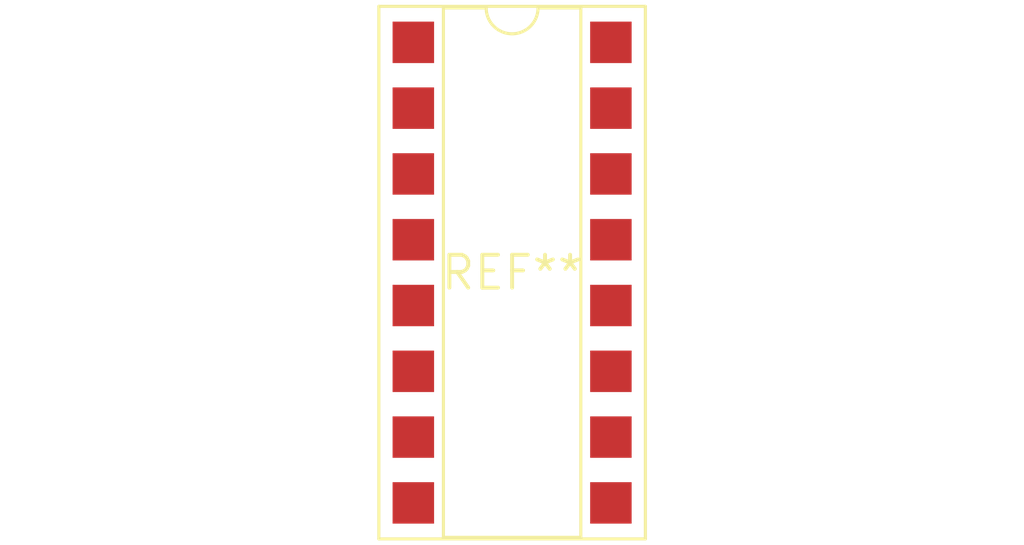
<source format=kicad_pcb>
(kicad_pcb (version 20240108) (generator pcbnew)
  (layers (0 "F.Cu" signal) (31 "B.Cu" signal) (34 "B.Paste" user) (35 "F.Paste" user) (36 "B.SilkS" user "B.Silkscreen") (37 "F.SilkS" user "F.Silkscreen") (38 "B.Mask" user) (39 "F.Mask" user) (44 "Edge.Cuts" user))
  (net 0 "")
  (footprint "DIP-16_W7.62mm_SMDSocket_SmallPads" (layer "F.Cu") (at 0 0)
    (property "Reference" "REF**")
    (property "Value" "DIP-16_W7.62mm_SMDSocket_SmallPads")
    (fp_line (start -5.14 -10.28) (end -5.14 10.28) (layer "F.SilkS") (stroke (width 0.12)))
    (fp_line (start -5.14 10.28) (end 5.14 10.28) (layer "F.SilkS") (stroke (width 0.12)))
    (fp_line (start -2.65 -10.22) (end -2.65 10.22) (layer "F.SilkS") (stroke (width 0.12)))
    (fp_line (start -2.65 10.22) (end 2.65 10.22) (layer "F.SilkS") (stroke (width 0.12)))
    (fp_line (start -1 -10.22) (end -2.65 -10.22) (layer "F.SilkS") (stroke (width 0.12)))
    (fp_line (start 2.65 -10.22) (end 1 -10.22) (layer "F.SilkS") (stroke (width 0.12)))
    (fp_line (start 2.65 10.22) (end 2.65 -10.22) (layer "F.SilkS") (stroke (width 0.12)))
    (fp_line (start 5.14 -10.28) (end -5.14 -10.28) (layer "F.SilkS") (stroke (width 0.12)))
    (fp_line (start 5.14 10.28) (end 5.14 -10.28) (layer "F.SilkS") (stroke (width 0.12)))
    (fp_arc (start 1 -10.22) (mid 0 -9.22) (end -1 -10.22) (layer "F.SilkS") (stroke (width 0.12)))
    (pad "1" smd rect (at -3.81 -8.89) (size 1.6 1.6) (layers "F.Cu" "F.Paste" "F.Mask"))
    (pad "2" smd rect (at -3.81 -6.35) (size 1.6 1.6) (layers "F.Cu" "F.Paste" "F.Mask"))
    (pad "3" smd rect (at -3.81 -3.81) (size 1.6 1.6) (layers "F.Cu" "F.Paste" "F.Mask"))
    (pad "4" smd rect (at -3.81 -1.27) (size 1.6 1.6) (layers "F.Cu" "F.Paste" "F.Mask"))
    (pad "5" smd rect (at -3.81 1.27) (size 1.6 1.6) (layers "F.Cu" "F.Paste" "F.Mask"))
    (pad "6" smd rect (at -3.81 3.81) (size 1.6 1.6) (layers "F.Cu" "F.Paste" "F.Mask"))
    (pad "7" smd rect (at -3.81 6.35) (size 1.6 1.6) (layers "F.Cu" "F.Paste" "F.Mask"))
    (pad "8" smd rect (at -3.81 8.89) (size 1.6 1.6) (layers "F.Cu" "F.Paste" "F.Mask"))
    (pad "9" smd rect (at 3.81 8.89) (size 1.6 1.6) (layers "F.Cu" "F.Paste" "F.Mask"))
    (pad "10" smd rect (at 3.81 6.35) (size 1.6 1.6) (layers "F.Cu" "F.Paste" "F.Mask"))
    (pad "11" smd rect (at 3.81 3.81) (size 1.6 1.6) (layers "F.Cu" "F.Paste" "F.Mask"))
    (pad "12" smd rect (at 3.81 1.27) (size 1.6 1.6) (layers "F.Cu" "F.Paste" "F.Mask"))
    (pad "13" smd rect (at 3.81 -1.27) (size 1.6 1.6) (layers "F.Cu" "F.Paste" "F.Mask"))
    (pad "14" smd rect (at 3.81 -3.81) (size 1.6 1.6) (layers "F.Cu" "F.Paste" "F.Mask"))
    (pad "15" smd rect (at 3.81 -6.35) (size 1.6 1.6) (layers "F.Cu" "F.Paste" "F.Mask"))
    (pad "16" smd rect (at 3.81 -8.89) (size 1.6 1.6) (layers "F.Cu" "F.Paste" "F.Mask"))
  )
)
</source>
